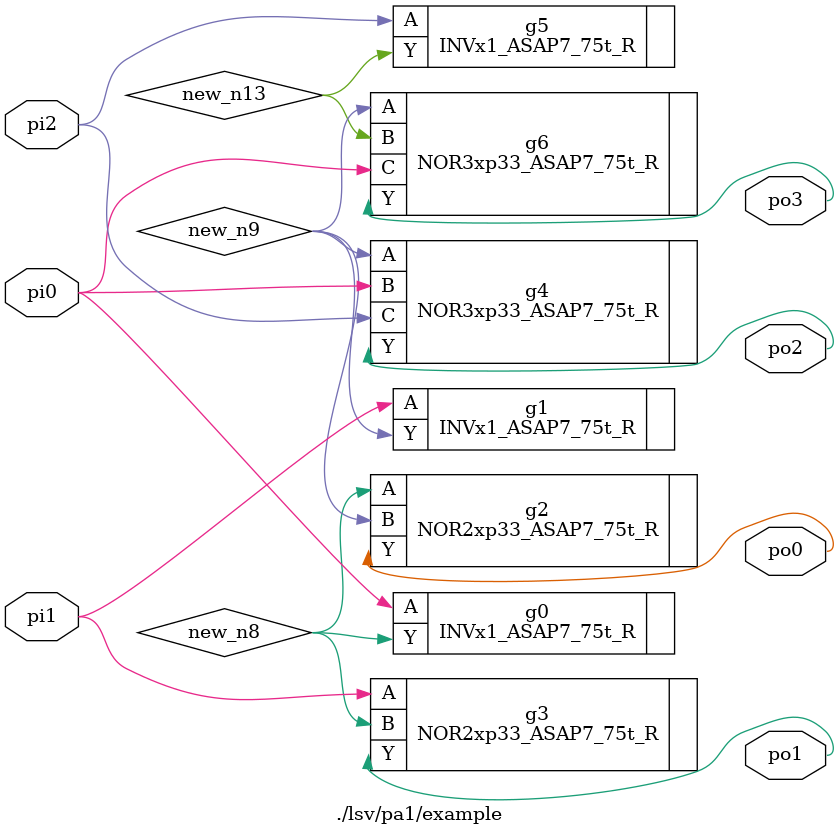
<source format=v>

module \./lsv/pa1/example  ( 
    pi0, pi1, pi2,
    po0, po1, po2, po3  );
  input  pi0, pi1, pi2;
  output po0, po1, po2, po3;
  wire new_n8, new_n9, new_n13;
  INVx1_ASAP7_75t_R         g0(.A(pi0), .Y(new_n8));
  INVx1_ASAP7_75t_R         g1(.A(pi1), .Y(new_n9));
  NOR2xp33_ASAP7_75t_R      g2(.A(new_n8), .B(new_n9), .Y(po0));
  NOR2xp33_ASAP7_75t_R      g3(.A(pi1), .B(new_n8), .Y(po1));
  NOR3xp33_ASAP7_75t_R      g4(.A(new_n9), .B(pi0), .C(pi2), .Y(po2));
  INVx1_ASAP7_75t_R         g5(.A(pi2), .Y(new_n13));
  NOR3xp33_ASAP7_75t_R      g6(.A(new_n9), .B(new_n13), .C(pi0), .Y(po3));
endmodule

</source>
